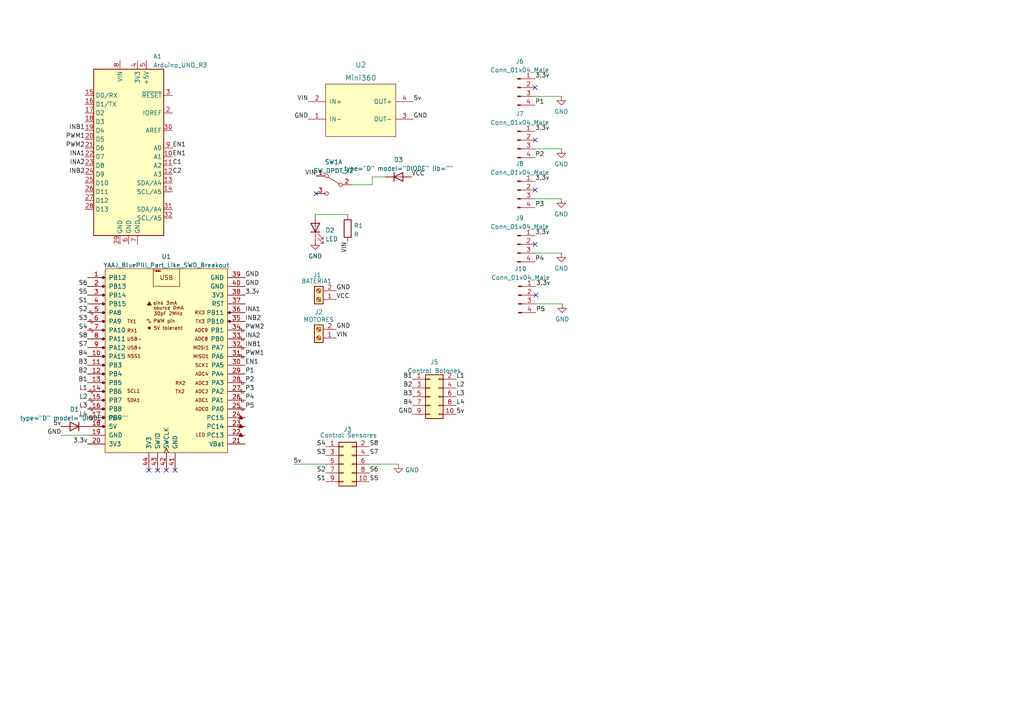
<source format=kicad_sch>
(kicad_sch (version 20230121) (generator eeschema)
  (paper "A4")
  (lib_symbols
    (symbol "Connector:Conn_01x04_Male" (pin_names (offset 1.016) hide)
      (property "Reference" "J" (at 0 5.08 0))
      (property "Value" "Conn_01x04_Male" (at 0 -7.62 0))
      (symbol "Conn_01x04_Male_1_1"
        (polyline (pts (xy 1.27 -5.08) (xy 0.8636 -5.08)) (stroke (width 0.1524)))
        (polyline (pts (xy 1.27 -2.54) (xy 0.8636 -2.54)) (stroke (width 0.1524)))
        (polyline (pts (xy 1.27 0) (xy 0.8636 0)) (stroke (width 0.1524)))
        (polyline (pts (xy 1.27 2.54) (xy 0.8636 2.54)) (stroke (width 0.1524)))
        (rectangle (start 0.8636 -4.953) (end 0 -5.207) (stroke (width 0.1524)) (fill (type outline)))
        (rectangle (start 0.8636 -2.413) (end 0 -2.667) (stroke (width 0.1524)) (fill (type outline)))
        (rectangle (start 0.8636 0.127) (end 0 -0.127) (stroke (width 0.1524)) (fill (type outline)))
        (rectangle (start 0.8636 2.667) (end 0 2.413) (stroke (width 0.1524)) (fill (type outline)))
        (pin passive line (at 5.08 2.54 180) (length 3.81) (name "Pin_1") (number "1"))
        (pin passive line (at 5.08 0 180) (length 3.81) (name "Pin_2") (number "2"))
        (pin passive line (at 5.08 -2.54 180) (length 3.81) (name "Pin_3") (number "3"))
        (pin passive line (at 5.08 -5.08 180) (length 3.81) (name "Pin_4") (number "4"))
      )
    )
    (symbol "Connector:Screw_Terminal_01x02" (pin_names (offset 1.016) hide)
      (property "Reference" "J" (at 0 2.54 0))
      (property "Value" "Screw_Terminal_01x02" (at 0 -5.08 0))
      (symbol "Screw_Terminal_01x02_1_1"
        (rectangle (start -1.27 1.27) (end 1.27 -3.81) (stroke (width 0.254)) (fill (type background)))
        (circle (center 0 -2.54) (radius 0.635) (stroke (width 0.1524)))
        (polyline (pts (xy -0.5334 -2.2098) (xy 0.3302 -3.048)) (stroke (width 0.1524)))
        (polyline (pts (xy -0.5334 0.3302) (xy 0.3302 -0.508)) (stroke (width 0.1524)))
        (polyline (pts (xy -0.3556 -2.032) (xy 0.508 -2.8702)) (stroke (width 0.1524)))
        (polyline (pts (xy -0.3556 0.508) (xy 0.508 -0.3302)) (stroke (width 0.1524)))
        (circle (center 0 0) (radius 0.635) (stroke (width 0.1524)))
        (pin passive line (at -5.08 0 0) (length 3.81) (name "Pin_1") (number "1"))
        (pin passive line (at -5.08 -2.54 0) (length 3.81) (name "Pin_2") (number "2"))
      )
    )
    (symbol "Connector_Generic:Conn_02x05_Odd_Even" (pin_names (offset 1.016) hide)
      (property "Reference" "J" (at 1.27 7.62 0))
      (property "Value" "Conn_02x05_Odd_Even" (at 1.27 -7.62 0))
      (symbol "Conn_02x05_Odd_Even_1_1"
        (rectangle (start -1.27 -4.953) (end 0 -5.207) (stroke (width 0.1524)))
        (rectangle (start -1.27 -2.413) (end 0 -2.667) (stroke (width 0.1524)))
        (rectangle (start -1.27 0.127) (end 0 -0.127) (stroke (width 0.1524)))
        (rectangle (start -1.27 2.667) (end 0 2.413) (stroke (width 0.1524)))
        (rectangle (start -1.27 5.207) (end 0 4.953) (stroke (width 0.1524)))
        (rectangle (start -1.27 6.35) (end 3.81 -6.35) (stroke (width 0.254)) (fill (type background)))
        (rectangle (start 3.81 -4.953) (end 2.54 -5.207) (stroke (width 0.1524)))
        (rectangle (start 3.81 -2.413) (end 2.54 -2.667) (stroke (width 0.1524)))
        (rectangle (start 3.81 0.127) (end 2.54 -0.127) (stroke (width 0.1524)))
        (rectangle (start 3.81 2.667) (end 2.54 2.413) (stroke (width 0.1524)))
        (rectangle (start 3.81 5.207) (end 2.54 4.953) (stroke (width 0.1524)))
        (pin passive line (at -5.08 5.08 0) (length 3.81) (name "Pin_1") (number "1"))
        (pin passive line (at 7.62 -5.08 180) (length 3.81) (name "Pin_10") (number "10"))
        (pin passive line (at 7.62 5.08 180) (length 3.81) (name "Pin_2") (number "2"))
        (pin passive line (at -5.08 2.54 0) (length 3.81) (name "Pin_3") (number "3"))
        (pin passive line (at 7.62 2.54 180) (length 3.81) (name "Pin_4") (number "4"))
        (pin passive line (at -5.08 0 0) (length 3.81) (name "Pin_5") (number "5"))
        (pin passive line (at 7.62 0 180) (length 3.81) (name "Pin_6") (number "6"))
        (pin passive line (at -5.08 -2.54 0) (length 3.81) (name "Pin_7") (number "7"))
        (pin passive line (at 7.62 -2.54 180) (length 3.81) (name "Pin_8") (number "8"))
        (pin passive line (at -5.08 -5.08 0) (length 3.81) (name "Pin_9") (number "9"))
      )
    )
    (symbol "Device:LED" (pin_numbers hide) (pin_names (offset 1.016) hide)
      (property "Reference" "D" (at 0 2.54 0))
      (property "Value" "LED" (at 0 -2.54 0))
      (symbol "LED_0_1"
        (polyline (pts (xy -1.27 -1.27) (xy -1.27 1.27)) (stroke (width 0.254)))
        (polyline (pts (xy -1.27 0) (xy 1.27 0)))
        (polyline (pts (xy 1.27 -1.27) (xy 1.27 1.27) (xy -1.27 0) (xy 1.27 -1.27)) (stroke (width 0.254)))
        (polyline (pts (xy -3.048 -0.762) (xy -4.572 -2.286) (xy -3.81 -2.286) (xy -4.572 -2.286) (xy -4.572 -1.524)))
        (polyline (pts (xy -1.778 -0.762) (xy -3.302 -2.286) (xy -2.54 -2.286) (xy -3.302 -2.286) (xy -3.302 -1.524)))
      )
      (symbol "LED_1_1"
        (pin passive line (at -3.81 0 0) (length 2.54) (name "K") (number "1"))
        (pin passive line (at 3.81 0 180) (length 2.54) (name "A") (number "2"))
      )
    )
    (symbol "Device:R" (pin_numbers hide) (pin_names (offset 0))
      (property "Reference" "R" (at 2.032 0 90))
      (property "Value" "R" (at 0 0 90))
      (symbol "R_0_1"
        (rectangle (start -1.016 -2.54) (end 1.016 2.54) (stroke (width 0.254)))
      )
      (symbol "R_1_1"
        (pin passive line (at 0 3.81 270) (length 1.27) (name "~") (number "1"))
        (pin passive line (at 0 -3.81 90) (length 1.27) (name "~") (number "2"))
      )
    )
    (symbol "MCU_Module:Arduino_UNO_R3"
      (property "Reference" "A" (at -10.16 23.495 0))
      (property "Value" "Arduino_UNO_R3" (at 5.08 -26.67 0))
      (symbol "Arduino_UNO_R3_0_1"
        (rectangle (start -10.16 22.86) (end 10.16 -25.4) (stroke (width 0.254)) (fill (type background)))
      )
      (symbol "Arduino_UNO_R3_1_1"
        (pin no_connect line (at -10.16 -20.32 0) (length 2.54) hide (name "NC") (number "1"))
        (pin bidirectional line (at 12.7 -2.54 180) (length 2.54) (name "A1") (number "10"))
        (pin bidirectional line (at 12.7 -5.08 180) (length 2.54) (name "A2") (number "11"))
        (pin bidirectional line (at 12.7 -7.62 180) (length 2.54) (name "A3") (number "12"))
        (pin bidirectional line (at 12.7 -10.16 180) (length 2.54) (name "SDA/A4") (number "13"))
        (pin bidirectional line (at 12.7 -12.7 180) (length 2.54) (name "SCL/A5") (number "14"))
        (pin bidirectional line (at -12.7 15.24 0) (length 2.54) (name "D0/RX") (number "15"))
        (pin bidirectional line (at -12.7 12.7 0) (length 2.54) (name "D1/TX") (number "16"))
        (pin bidirectional line (at -12.7 10.16 0) (length 2.54) (name "D2") (number "17"))
        (pin bidirectional line (at -12.7 7.62 0) (length 2.54) (name "D3") (number "18"))
        (pin bidirectional line (at -12.7 5.08 0) (length 2.54) (name "D4") (number "19"))
        (pin output line (at 12.7 10.16 180) (length 2.54) (name "IOREF") (number "2"))
        (pin bidirectional line (at -12.7 2.54 0) (length 2.54) (name "D5") (number "20"))
        (pin bidirectional line (at -12.7 0 0) (length 2.54) (name "D6") (number "21"))
        (pin bidirectional line (at -12.7 -2.54 0) (length 2.54) (name "D7") (number "22"))
        (pin bidirectional line (at -12.7 -5.08 0) (length 2.54) (name "D8") (number "23"))
        (pin bidirectional line (at -12.7 -7.62 0) (length 2.54) (name "D9") (number "24"))
        (pin bidirectional line (at -12.7 -10.16 0) (length 2.54) (name "D10") (number "25"))
        (pin bidirectional line (at -12.7 -12.7 0) (length 2.54) (name "D11") (number "26"))
        (pin bidirectional line (at -12.7 -15.24 0) (length 2.54) (name "D12") (number "27"))
        (pin bidirectional line (at -12.7 -17.78 0) (length 2.54) (name "D13") (number "28"))
        (pin power_in line (at -2.54 -27.94 90) (length 2.54) (name "GND") (number "29"))
        (pin input line (at 12.7 15.24 180) (length 2.54) (name "~{RESET}") (number "3"))
        (pin input line (at 12.7 5.08 180) (length 2.54) (name "AREF") (number "30"))
        (pin bidirectional line (at 12.7 -17.78 180) (length 2.54) (name "SDA/A4") (number "31"))
        (pin bidirectional line (at 12.7 -20.32 180) (length 2.54) (name "SCL/A5") (number "32"))
        (pin power_out line (at 2.54 25.4 270) (length 2.54) (name "3V3") (number "4"))
        (pin power_out line (at 5.08 25.4 270) (length 2.54) (name "+5V") (number "5"))
        (pin power_in line (at 0 -27.94 90) (length 2.54) (name "GND") (number "6"))
        (pin power_in line (at 2.54 -27.94 90) (length 2.54) (name "GND") (number "7"))
        (pin power_in line (at -2.54 25.4 270) (length 2.54) (name "VIN") (number "8"))
        (pin bidirectional line (at 12.7 0 180) (length 2.54) (name "A0") (number "9"))
      )
    )
    (symbol "Simulation_SPICE:DIODE" (pin_numbers hide) (pin_names (offset 1.016) hide)
      (property "Reference" "D" (at 0 2.54 0))
      (property "Value" "DIODE" (at 0 -2.54 0))
      (symbol "DIODE_0_1"
        (polyline (pts (xy 1.27 0) (xy -1.27 0)))
        (polyline (pts (xy 1.27 1.27) (xy 1.27 -1.27)) (stroke (width 0.254)))
        (polyline (pts (xy -1.27 -1.27) (xy -1.27 1.27) (xy 1.27 0) (xy -1.27 -1.27)) (stroke (width 0.254)))
      )
      (symbol "DIODE_1_1"
        (pin passive line (at -3.81 0 0) (length 2.54) (name "A") (number "1"))
        (pin passive line (at 3.81 0 180) (length 2.54) (name "K") (number "2"))
      )
    )
    (symbol "Switch:SW_DPDT_x2" (pin_names (offset 0) hide)
      (property "Reference" "SW" (at 0 4.318 0))
      (property "Value" "SW_DPDT_x2" (at 0 -5.08 0))
      (symbol "SW_DPDT_x2_0_0"
        (circle (center -2.032 0) (radius 0.508))
        (circle (center 2.032 -2.54) (radius 0.508))
      )
      (symbol "SW_DPDT_x2_0_1"
        (polyline (pts (xy -1.524 0.254) (xy 1.651 2.286)))
        (circle (center 2.032 2.54) (radius 0.508))
      )
      (symbol "SW_DPDT_x2_1_1"
        (pin passive line (at 5.08 2.54 180) (length 2.54) (name "A") (number "1"))
        (pin passive line (at -5.08 0 0) (length 2.54) (name "B") (number "2"))
        (pin passive line (at 5.08 -2.54 180) (length 2.54) (name "C") (number "3"))
      )
      (symbol "SW_DPDT_x2_2_1"
        (pin passive line (at 5.08 2.54 180) (length 2.54) (name "A") (number "4"))
        (pin passive line (at -5.08 0 0) (length 2.54) (name "B") (number "5"))
        (pin passive line (at 5.08 -2.54 180) (length 2.54) (name "C") (number "6"))
      )
    )
    (symbol "YAAJ_BluePill_Part_Like_SWD_Breakout:YAAJ_BluePill_Part_Like_SWD_Breakout" (pin_names (offset 1.016))
      (property "Reference" "U" (at -15.24 27.94 0))
      (property "Value" "YAAJ_BluePill_Part_Like_SWD_Breakout" (at 20.32 27.94 0))
      (symbol "YAAJ_BluePill_Part_Like_SWD_Breakout_0_0"
        (circle (center -18.288 -20.32) (radius 0.3556) (fill (type outline)))
        (circle (center -18.288 -17.78) (radius 0.3556) (fill (type outline)))
        (circle (center -18.288 -15.24) (radius 0.3556) (fill (type outline)))
        (circle (center -18.288 -12.7) (radius 0.3556) (fill (type outline)))
        (circle (center -18.288 -10.16) (radius 0.3556) (fill (type outline)))
        (circle (center -18.288 -7.62) (radius 0.3556) (fill (type outline)))
        (circle (center -18.288 -5.08) (radius 0.3556) (fill (type outline)))
        (circle (center -18.288 -2.54) (radius 0.3556) (fill (type outline)))
        (circle (center -18.288 0) (radius 0.3556) (fill (type outline)))
        (circle (center -18.288 2.54) (radius 0.3556) (fill (type outline)))
        (circle (center -18.288 5.08) (radius 0.3556) (fill (type outline)))
        (circle (center -18.288 7.62) (radius 0.3556) (fill (type outline)))
        (circle (center -18.288 10.16) (radius 0.3556) (fill (type outline)))
        (circle (center -18.288 12.7) (radius 0.3556) (fill (type outline)))
        (circle (center -18.288 15.24) (radius 0.3556) (fill (type outline)))
        (circle (center -18.288 17.78) (radius 0.3556) (fill (type outline)))
        (circle (center -18.288 22.86) (radius 0.3556) (fill (type outline)))
        (circle (center -4.953 8.255) (radius 0.127) (fill (type outline)))
        (circle (center -4.953 8.255) (radius 0.254))
        (circle (center -4.953 8.255) (radius 0.3556))
        (polyline (pts (xy -5.588 14.859) (xy -4.953 15.875) (xy -4.318 14.859) (xy -5.588 14.859) (xy -4.953 15.748) (xy -4.445 14.859) (xy -5.461 14.986) (xy -4.953 15.621) (xy -4.572 14.859) (xy -5.334 15.113) (xy -4.826 15.494) (xy -4.699 14.859) (xy -5.207 15.24) (xy -4.699 15.367) (xy -4.826 14.986) (xy -5.08 15.24) (xy -4.826 15.113) (xy -4.953 15.367)))
        (polyline (pts (xy 20.955 -23.241) (xy 21.59 -22.225) (xy 22.225 -23.241) (xy 20.955 -23.241) (xy 21.59 -22.352) (xy 22.098 -23.241) (xy 21.082 -23.114) (xy 21.59 -22.479) (xy 21.971 -23.241) (xy 21.209 -22.987) (xy 21.717 -22.606) (xy 21.844 -23.241) (xy 21.336 -22.86) (xy 21.844 -22.733) (xy 21.717 -23.114) (xy 21.463 -22.86) (xy 21.717 -22.987) (xy 21.59 -22.733)))
        (polyline (pts (xy 20.955 -20.701) (xy 21.59 -19.685) (xy 22.225 -20.701) (xy 20.955 -20.701) (xy 21.59 -19.812) (xy 22.098 -20.701) (xy 21.082 -20.574) (xy 21.59 -19.939) (xy 21.971 -20.701) (xy 21.209 -20.447) (xy 21.717 -20.066) (xy 21.844 -20.701) (xy 21.336 -20.32) (xy 21.844 -20.193) (xy 21.717 -20.574) (xy 21.463 -20.32) (xy 21.717 -20.447) (xy 21.59 -20.193)))
        (polyline (pts (xy 20.955 -18.161) (xy 21.59 -17.145) (xy 22.225 -18.161) (xy 20.955 -18.161) (xy 21.59 -17.272) (xy 22.098 -18.161) (xy 21.082 -18.034) (xy 21.59 -17.399) (xy 21.971 -18.161) (xy 21.209 -17.907) (xy 21.717 -17.526) (xy 21.844 -18.161) (xy 21.336 -17.78) (xy 21.844 -17.653) (xy 21.717 -18.034) (xy 21.463 -17.78) (xy 21.717 -17.907) (xy 21.59 -17.653)))
        (circle (center 18.288 10.16) (radius 0.254) (fill (type outline)))
        (circle (center 18.288 10.16) (radius 0.3556))
        (circle (center 18.288 12.7) (radius 0.254) (fill (type outline)))
        (circle (center 18.288 12.7) (radius 0.3556))
        (text "30pF 2MHz" (at 0.508 12.446 0) (effects (font (size 0.9906 0.9906))))
        (text "5V tolerant" (at 0.508 8.255 0) (effects (font (size 0.9906 0.9906))))
        (text "ADC0" (at 10.287 -15.24 0) (effects (font (size 0.9906 0.9906))))
        (text "ADC1" (at 10.287 -12.7 0) (effects (font (size 0.9906 0.9906))))
        (text "ADC2" (at 10.287 -10.16 0) (effects (font (size 0.9906 0.9906))))
        (text "ADC3" (at 10.287 -7.747 0) (effects (font (size 0.9906 0.9906))))
        (text "ADC4" (at 10.287 -5.08 0) (effects (font (size 0.9906 0.9906))))
        (text "ADC8" (at 10.16 5.08 0) (effects (font (size 0.9906 0.9906))))
        (text "ADC9" (at 10.16 7.62 0) (effects (font (size 0.9906 0.9906))))
        (text "LED" (at 9.906 -22.733 0) (effects (font (size 0.9906 0.9906))))
        (text "MISO1" (at 10.033 0 0) (effects (font (size 0.9906 0.9906))))
        (text "MOSI1" (at 10.033 2.54 0) (effects (font (size 0.9906 0.9906))))
        (text "NSS1" (at -9.398 0.127 0) (effects (font (size 0.9906 0.9906))))
        (text "PWM pin" (at -0.635 10.287 0) (effects (font (size 0.9906 0.9906))))
        (text "RX1" (at -9.906 7.493 0) (effects (font (size 0.9906 0.9906))))
        (text "RX2" (at 4.064 -7.747 0) (effects (font (size 0.9906 0.9906))))
        (text "RX3" (at 9.652 12.7 0) (effects (font (size 0.9906 0.9906))))
        (text "SCK1" (at 10.287 -2.54 0) (effects (font (size 0.9906 0.9906))))
        (text "SCL1" (at -9.525 -10.033 0) (effects (font (size 0.9906 0.9906))))
        (text "SDA1" (at -9.525 -12.7 0) (effects (font (size 0.9906 0.9906))))
        (text "sink 3mA" (at -0.381 15.494 0) (effects (font (size 0.9906 0.9906))))
        (text "source 0mA" (at 0.635 14.097 0) (effects (font (size 0.9906 0.9906))))
        (text "TX1" (at -10.033 10.16 0) (effects (font (size 0.9906 0.9906))))
        (text "TX2" (at 3.937 -10.16 0) (effects (font (size 0.9906 0.9906))))
        (text "TX3" (at 9.779 10.16 0) (effects (font (size 0.9906 0.9906))))
        (text "USB" (at 0 22.86 0) (effects (font (size 1.27 1.27))))
        (text "USB+" (at -9.271 2.54 0) (effects (font (size 0.9906 0.9906))))
        (text "USB-" (at -9.271 5.08 0) (effects (font (size 0.9906 0.9906))))
        (text "Y@@J" (at -2.5654 24.8412 0) (effects (font (size 0.508 0.508))))
      )
      (symbol "YAAJ_BluePill_Part_Like_SWD_Breakout_0_1"
        (rectangle (start -17.78 25.4) (end 17.78 -27.94) (fill (type background)))
        (polyline (pts (xy -21.336 -17.78) (xy -21.336 -18.288) (xy -21.844 -18.288) (xy -21.844 -17.272) (xy -22.352 -17.272) (xy -22.352 -17.78)))
        (polyline (pts (xy -21.336 -15.24) (xy -21.336 -15.748) (xy -21.844 -15.748) (xy -21.844 -14.732) (xy -22.352 -14.732) (xy -22.352 -15.24)))
        (polyline (pts (xy -21.336 -12.7) (xy -21.336 -13.208) (xy -21.844 -13.208) (xy -21.844 -12.192) (xy -22.352 -12.192) (xy -22.352 -12.7)))
        (polyline (pts (xy -21.336 -10.16) (xy -21.336 -10.668) (xy -21.844 -10.668) (xy -21.844 -9.652) (xy -22.352 -9.652) (xy -22.352 -10.16)))
        (polyline (pts (xy -21.336 7.62) (xy -21.336 7.112) (xy -21.844 7.112) (xy -21.844 8.128) (xy -22.352 8.128) (xy -22.352 7.62)))
        (polyline (pts (xy -21.336 10.16) (xy -21.336 9.652) (xy -21.844 9.652) (xy -21.844 10.668) (xy -22.352 10.668) (xy -22.352 10.16)))
        (polyline (pts (xy -21.336 12.7) (xy -21.336 12.192) (xy -21.844 12.192) (xy -21.844 13.208) (xy -22.352 13.208) (xy -22.352 12.7)))
        (polyline (pts (xy -4.572 10.287) (xy -4.572 9.779) (xy -5.08 9.779) (xy -5.08 10.795) (xy -5.588 10.795) (xy -5.588 10.287)))
        (polyline (pts (xy 22.352 -15.24) (xy 22.352 -15.748) (xy 21.844 -15.748) (xy 21.844 -14.732) (xy 21.336 -14.732) (xy 21.336 -15.24)))
        (polyline (pts (xy 22.352 -12.7) (xy 22.352 -13.208) (xy 21.844 -13.208) (xy 21.844 -12.192) (xy 21.336 -12.192) (xy 21.336 -12.7)))
        (polyline (pts (xy 22.352 -10.16) (xy 22.352 -10.668) (xy 21.844 -10.668) (xy 21.844 -9.652) (xy 21.336 -9.652) (xy 21.336 -10.16)))
        (polyline (pts (xy 22.352 -7.62) (xy 22.352 -8.128) (xy 21.844 -8.128) (xy 21.844 -7.112) (xy 21.336 -7.112) (xy 21.336 -7.62)))
        (polyline (pts (xy 22.352 0) (xy 22.352 -0.508) (xy 21.844 -0.508) (xy 21.844 0.508) (xy 21.336 0.508) (xy 21.336 0)))
        (polyline (pts (xy 22.352 2.54) (xy 22.352 2.032) (xy 21.844 2.032) (xy 21.844 3.048) (xy 21.336 3.048) (xy 21.336 2.54)))
        (polyline (pts (xy 22.352 5.08) (xy 22.352 4.572) (xy 21.844 4.572) (xy 21.844 5.588) (xy 21.336 5.588) (xy 21.336 5.08)))
        (polyline (pts (xy 22.352 7.62) (xy 22.352 7.112) (xy 21.844 7.112) (xy 21.844 8.128) (xy 21.336 8.128) (xy 21.336 7.62)))
        (rectangle (start 3.81 25.4) (end -3.81 20.32))
      )
      (symbol "YAAJ_BluePill_Part_Like_SWD_Breakout_1_1"
        (circle (center -18.288 20.32) (radius 0.3556) (fill (type outline)))
        (pin bidirectional line (at -22.86 22.86 0) (length 5.08) (name "PB12") (number "1"))
        (pin bidirectional line (at -22.86 0 0) (length 5.08) (name "PA15") (number "10"))
        (pin bidirectional line (at -22.86 -2.54 0) (length 5.08) (name "PB3") (number "11"))
        (pin bidirectional line (at -22.86 -5.08 0) (length 5.08) (name "PB4") (number "12"))
        (pin bidirectional line (at -22.86 -7.62 0) (length 5.08) (name "PB5") (number "13"))
        (pin bidirectional line (at -22.86 -10.16 0) (length 5.08) (name "PB6") (number "14"))
        (pin bidirectional line (at -22.86 -12.7 0) (length 5.08) (name "PB7") (number "15"))
        (pin bidirectional line (at -22.86 -15.24 0) (length 5.08) (name "PB8") (number "16"))
        (pin bidirectional line (at -22.86 -17.78 0) (length 5.08) (name "PB9") (number "17"))
        (pin power_in line (at -22.86 -20.32 0) (length 5.08) (name "5V") (number "18"))
        (pin power_in line (at -22.86 -22.86 0) (length 5.08) (name "GND") (number "19"))
        (pin bidirectional line (at -22.86 20.32 0) (length 5.08) (name "PB13") (number "2"))
        (pin power_in line (at -22.86 -25.4 0) (length 5.08) (name "3V3") (number "20"))
        (pin power_in line (at 22.86 -25.4 180) (length 5.08) (name "VBat") (number "21"))
        (pin bidirectional line (at 22.86 -22.86 180) (length 5.08) (name "PC13") (number "22"))
        (pin bidirectional line (at 22.86 -20.32 180) (length 5.08) (name "PC14") (number "23"))
        (pin bidirectional line (at 22.86 -17.78 180) (length 5.08) (name "PC15") (number "24"))
        (pin bidirectional line (at 22.86 -15.24 180) (length 5.08) (name "PA0") (number "25"))
        (pin bidirectional line (at 22.86 -12.7 180) (length 5.08) (name "PA1") (number "26"))
        (pin bidirectional line (at 22.86 -10.16 180) (length 5.08) (name "PA2") (number "27"))
        (pin bidirectional line (at 22.86 -7.62 180) (length 5.08) (name "PA3") (number "28"))
        (pin bidirectional line (at 22.86 -5.08 180) (length 5.08) (name "PA4") (number "29"))
        (pin bidirectional line (at -22.86 17.78 0) (length 5.08) (name "PB14") (number "3"))
        (pin bidirectional line (at 22.86 -2.54 180) (length 5.08) (name "PA5") (number "30"))
        (pin bidirectional line (at 22.86 0 180) (length 5.08) (name "PA6") (number "31"))
        (pin bidirectional line (at 22.86 2.54 180) (length 5.08) (name "PA7") (number "32"))
        (pin bidirectional line (at 22.86 5.08 180) (length 5.08) (name "PB0") (number "33"))
        (pin bidirectional line (at 22.86 7.62 180) (length 5.08) (name "PB1") (number "34"))
        (pin bidirectional line (at 22.86 10.16 180) (length 5.08) (name "PB10") (number "35"))
        (pin bidirectional line (at 22.86 12.7 180) (length 5.08) (name "PB11") (number "36"))
        (pin input line (at 22.86 15.24 180) (length 5.08) (name "RST") (number "37"))
        (pin power_in line (at 22.86 17.78 180) (length 5.08) (name "3V3") (number "38"))
        (pin power_in line (at 22.86 22.86 180) (length 5.08) (name "GND") (number "39"))
        (pin bidirectional line (at -22.86 15.24 0) (length 5.08) (name "PB15") (number "4"))
        (pin power_in line (at 22.86 20.32 180) (length 5.08) (name "GND") (number "40"))
        (pin power_in line (at 2.54 -33.02 90) (length 5.08) (name "GND") (number "41"))
        (pin bidirectional clock (at 0 -33.02 90) (length 5.08) (name "SWCLK") (number "42"))
        (pin bidirectional line (at -2.54 -33.02 90) (length 5.08) (name "SWIO") (number "43"))
        (pin power_in line (at -5.08 -33.02 90) (length 5.08) (name "3V3") (number "44"))
        (pin bidirectional line (at -22.86 12.7 0) (length 5.08) (name "PA8") (number "5"))
        (pin bidirectional line (at -22.86 10.16 0) (length 5.08) (name "PA9") (number "6"))
        (pin bidirectional line (at -22.86 7.62 0) (length 5.08) (name "PA10") (number "7"))
        (pin bidirectional line (at -22.86 5.08 0) (length 5.08) (name "PA11") (number "8"))
        (pin bidirectional line (at -22.86 2.54 0) (length 5.08) (name "PA12") (number "9"))
      )
    )
    (symbol "mini360:Mini360" (pin_names (offset 1.016))
      (property "Reference" "U" (at 0 -5.08 0))
      (property "Value" "Mini360" (at 0 5.08 0))
      (symbol "Mini360_0_1"
        (rectangle (start -10.16 7.62) (end 10.16 -7.62) (fill (type background)))
      )
      (symbol "Mini360_1_1"
        (pin power_in line (at -15.24 -2.54 0) (length 5.08) (name "IN-") (number "1"))
        (pin power_in line (at -15.24 2.54 0) (length 5.08) (name "IN+") (number "2"))
        (pin power_out line (at 15.24 -2.54 180) (length 5.08) (name "OUT-") (number "3"))
        (pin power_out line (at 15.24 2.54 180) (length 5.08) (name "OUT+") (number "4"))
      )
    )
    (symbol "power:GND" (power) (pin_names (offset 0))
      (property "Value" "GND" (at 0 -3.81 0))
      (symbol "GND_0_1"
        (polyline (pts (xy 0 0) (xy 0 -1.27) (xy 1.27 -1.27) (xy 0 -2.54) (xy -1.27 -1.27) (xy 0 -1.27)))
      )
      (symbol "GND_1_1"
        (pin power_in line (at 0 0 270) (length 0) hide (name "GND") (number "1"))
      )
    )
  )
  (no_connect (at 43.18 136.398))
  (no_connect (at 155.194 70.866))
  (no_connect (at 155.194 25.4))
  (no_connect (at 91.694 56.134))
  (no_connect (at 50.8 136.398))
  (no_connect (at 48.26 136.398))
  (no_connect (at 155.448 85.598))
  (no_connect (at 155.194 55.118))
  (no_connect (at 155.194 40.64))
  (no_connect (at 45.72 136.398))
  (wire (pts (xy 85.09 134.62) (xy 94.488 134.62)))
  (wire (pts (xy 163.068 88.138) (xy 155.448 88.138)))
  (wire (pts (xy 162.814 57.658) (xy 155.194 57.658)))
  (wire (pts (xy 115.57 134.62) (xy 107.188 134.62)))
  (wire (pts (xy 111.76 51.308) (xy 107.95 51.308)))
  (wire (pts (xy 107.95 51.308) (xy 107.95 53.594)))
  (wire (pts (xy 162.814 27.94) (xy 155.194 27.94)))
  (wire (pts (xy 107.95 53.594) (xy 101.854 53.594)))
  (wire (pts (xy 162.814 73.406) (xy 155.194 73.406)))
  (wire (pts (xy 17.78 126.238) (xy 25.4 126.238)))
  (wire (pts (xy 100.838 62.23) (xy 100.838 62.484)))
  (wire (pts (xy 162.814 43.18) (xy 155.194 43.18)))
  (wire (pts (xy 91.44 62.23) (xy 100.838 62.23)))
  (label "L3" (at 132.334 115.062 0))
  (label "P3" (at 71.12 113.538 0))
  (label "3,3v" (at 155.194 52.578 0))
  (label "S6" (at 107.188 137.16 0))
  (label "VCC" (at 119.38 51.308 0))
  (label "B4" (at 25.4 103.378 180))
  (label "5v" (at 119.888 29.464 0))
  (label "3,3v" (at 25.4 128.778 180))
  (label "S1" (at 25.4 88.138 180))
  (label "B4" (at 119.634 117.602 180))
  (label "3,3v" (at 71.12 85.598 0))
  (label "S2" (at 94.488 137.16 180))
  (label "B2" (at 119.634 112.522 180))
  (label "INA1" (at 24.638 45.466 180))
  (label "L1" (at 132.334 109.982 0))
  (label "C1" (at 50.038 48.006 0))
  (label "S5" (at 25.4 85.598 180))
  (label "L3" (at 25.4 118.618 180))
  (label "INB2" (at 24.638 50.546 180))
  (label "P5" (at 71.12 118.618 0))
  (label "5v" (at 17.78 123.698 180))
  (label "PWM2" (at 24.638 42.926 180))
  (label "INB1" (at 24.638 37.846 180))
  (label "S1" (at 94.488 139.7 180))
  (label "INA1" (at 71.12 90.678 0))
  (label "S4" (at 25.4 95.758 180))
  (label "VIN" (at 97.536 98.044 0))
  (label "P2" (at 155.194 45.72 0))
  (label "EN1" (at 71.12 105.918 0))
  (label "P1" (at 71.12 108.458 0))
  (label "P2" (at 71.12 110.998 0))
  (label "VCC" (at 97.536 86.868 0))
  (label "B1" (at 25.4 110.998 180))
  (label "INA2" (at 24.638 48.006 180))
  (label "GND" (at 71.12 80.518 0))
  (label "GND" (at 89.408 34.544 180))
  (label "3,3v" (at 155.448 83.058 0))
  (label "S5" (at 107.188 139.7 0))
  (label "3,3v" (at 155.194 68.326 0))
  (label "5v" (at 132.334 120.142 0))
  (label "VIN" (at 91.694 51.054 180))
  (label "S7" (at 107.188 132.08 0))
  (label "PWM1" (at 71.12 103.378 0))
  (label "P1" (at 155.194 30.48 0))
  (label "B2" (at 25.4 108.458 180))
  (label "S7" (at 25.4 100.838 180))
  (label "PWM2" (at 71.12 95.758 0))
  (label "L1" (at 25.4 113.538 180))
  (label "INB2" (at 71.12 93.218 0))
  (label "P4" (at 71.12 116.078 0))
  (label "INB1" (at 71.12 100.838 0))
  (label "5v" (at 85.09 134.62 0))
  (label "VIN" (at 100.838 70.104 270))
  (label "C2" (at 50.038 50.546 0))
  (label "B3" (at 119.634 115.062 180))
  (label "P4" (at 155.194 75.946 0))
  (label "GND" (at 97.536 95.504 0))
  (label "GND" (at 17.78 126.238 180))
  (label "L4" (at 132.334 117.602 0))
  (label "S2" (at 25.4 90.678 180))
  (label "P3" (at 155.194 60.198 0))
  (label "VIN" (at 89.408 29.464 180))
  (label "GND" (at 119.888 34.544 0))
  (label "S3" (at 94.488 132.08 180))
  (label "EN1" (at 50.038 42.926 0))
  (label "EN1" (at 50.038 45.466 0))
  (label "L4" (at 25.4 121.158 180))
  (label "L2" (at 25.4 116.078 180))
  (label "B3" (at 25.4 105.918 180))
  (label "S8" (at 25.4 98.298 180))
  (label "3,3v" (at 155.194 38.1 0))
  (label "INA2" (at 71.12 98.298 0))
  (label "P5" (at 155.448 90.678 0))
  (label "B1" (at 119.634 109.982 180))
  (label "L2" (at 132.334 112.522 0))
  (label "S6" (at 25.4 83.058 180))
  (label "GND" (at 119.634 120.142 180))
  (label "S8" (at 107.188 129.54 0))
  (label "GND" (at 71.12 83.058 0))
  (label "3,3v" (at 155.194 22.86 0))
  (label "S3" (at 25.4 93.218 180))
  (label "S4" (at 94.488 129.54 180))
  (label "GND" (at 97.536 84.328 0))
  (label "PWM1" (at 24.638 40.386 180))
  (symbol (lib_id "power:GND") (at 162.814 73.406 0) (unit 1)
    (property "Reference" "#PWR05" (effects hide))
    (property "Value" "GND" (at 162.814 77.8494 0))
  )
  (symbol (lib_id "Connector_Generic:Conn_02x05_Odd_Even") (at 124.714 115.062 0) (unit 1)
    (property "Reference" "J5" (at 125.984 105.0122 0))
    (property "Value" "Control Botones" (at 125.984 107.5491 0))
    (property "Footprint" "Connector_IDC:IDC-Header_2x05_P2.54mm_Vertical" (effects hide))
  )
  (symbol (lib_id "power:GND") (at 115.57 134.62 0) (unit 1)
    (property "Reference" "#PWR08" (effects hide))
    (property "Value" "GND" (at 117.475 136.3238 0) (effects (justify left)))
  )
  (symbol (lib_id "power:GND") (at 162.814 27.94 0) (unit 1)
    (property "Reference" "#PWR02" (effects hide))
    (property "Value" "GND" (at 162.814 32.3834 0))
  )
  (symbol (lib_id "power:GND") (at 162.814 57.658 0) (unit 1)
    (property "Reference" "#PWR04" (effects hide))
    (property "Value" "GND" (at 162.814 62.1014 0))
  )
  (symbol (lib_id "power:GND") (at 163.068 88.138 0) (unit 1)
    (property "Reference" "#PWR06" (effects hide))
    (property "Value" "GND" (at 163.068 92.5814 0))
  )
  (symbol (lib_id "MCU_Module:Arduino_UNO_R3") (at 37.338 42.926 0) (unit 1)
    (property "Reference" "A1" (at 44.4374 16.3662 0) (effects (justify left)))
    (property "Value" "Arduino_UNO_R3" (at 44.4374 18.9031 0) (effects (justify left)))
    (property "Footprint" "Module:Arduino_UNO_R3" (effects hide))
    (property "Datasheet" "https://www.arduino.cc/en/Main/arduinoBoardUno" (effects hide))
  )
  (symbol (lib_id "Device:R") (at 100.838 66.294 0) (unit 1)
    (property "Reference" "R1" (at 102.616 65.4593 0) (effects (justify left)))
    (property "Value" "R" (at 102.616 67.9962 0) (effects (justify left)))
    (property "Footprint" "Resistor_THT:R_Axial_DIN0207_L6.3mm_D2.5mm_P10.16mm_Horizontal" (effects hide))
  )
  (symbol (lib_id "Device:LED") (at 91.44 66.04 90) (unit 1)
    (property "Reference" "D2" (at 94.361 66.7928 90) (effects (justify right)))
    (property "Value" "LED" (at 94.361 69.3297 90) (effects (justify right)))
    (property "Footprint" "LED_THT:LED_D3.0mm" (effects hide))
  )
  (symbol (lib_id "Connector:Conn_01x04_Male") (at 150.114 25.4 0) (unit 1)
    (property "Reference" "J6" (at 150.749 17.78 0))
    (property "Value" "Conn_01x04_Male" (at 150.749 20.32 0))
    (property "Footprint" "Connector_PinSocket_2.54mm:PinSocket_1x04_P2.54mm_Vertical" (effects hide))
  )
  (symbol (lib_id "Connector_Generic:Conn_02x05_Odd_Even") (at 99.568 134.62 0) (unit 1)
    (property "Reference" "J3" (at 100.838 124.5702 0))
    (property "Value" "Control Sensores" (at 101.092 126.238 0))
    (property "Footprint" "Connector_IDC:IDC-Header_2x05_P2.54mm_Horizontal" (effects hide))
  )
  (symbol (lib_id "Simulation_SPICE:DIODE") (at 115.57 51.308 180) (unit 1)
    (property "Reference" "D3" (at 115.57 46.3382 0))
    (property "Value" "${SIM.PARAMS}" (at 115.57 48.8751 0))
    (property "Footprint" "Diode_THT:D_5W_P12.70mm_Horizontal" (effects hide))
    (property "Sim.Device" "SPICE" (effects hide))
    (property "Sim.Params" "type=\"D\" model=\"DIODE\" lib=\"\"" (effects hide))
    (property "Sim.Pins" "1=1 2=2" (effects hide))
  )
  (symbol (lib_id "Connector:Conn_01x04_Male") (at 150.114 55.118 0) (unit 1)
    (property "Reference" "J8" (at 150.749 47.498 0))
    (property "Value" "Conn_01x04_Male" (at 150.749 50.038 0))
    (property "Footprint" "Connector_PinSocket_2.54mm:PinSocket_1x04_P2.54mm_Vertical" (effects hide))
  )
  (symbol (lib_id "Connector:Screw_Terminal_01x02") (at 92.456 98.044 180) (unit 1)
    (property "Reference" "J2" (at 92.456 90.5342 0))
    (property "Value" "MOTORES" (at 92.456 92.71 0))
    (property "Footprint" "Connectors:DEANS" (effects hide))
  )
  (symbol (lib_id "power:GND") (at 91.44 69.85 0) (unit 1)
    (property "Reference" "#PWR01" (effects hide))
    (property "Value" "GND" (at 91.44 74.2934 0))
  )
  (symbol (lib_id "Connector:Conn_01x04_Male") (at 150.114 40.64 0) (unit 1)
    (property "Reference" "J7" (at 150.749 33.02 0))
    (property "Value" "Conn_01x04_Male" (at 150.749 35.56 0))
    (property "Footprint" "Connector_PinSocket_2.54mm:PinSocket_1x04_P2.54mm_Vertical" (effects hide))
  )
  (symbol (lib_id "mini360:Mini360") (at 104.648 32.004 0) (unit 1)
    (property "Reference" "U2" (at 104.648 18.796 0) (effects (font (size 1.524 1.524))))
    (property "Value" "Mini360" (at 104.648 22.606 0) (effects (font (size 1.524 1.524))))
    (property "Footprint" "Mini360_step-down:Mini360_step-down" (effects hide))
  )
  (symbol (lib_id "YAAJ_BluePill_Part_Like_SWD_Breakout:YAAJ_BluePill_Part_Like_SWD_Breakout") (at 48.26 103.378 0) (unit 1)
    (property "Reference" "U1" (at 48.26 74.4052 0))
    (property "Value" "YAAJ_BluePill_Part_Like_SWD_Breakout" (at 48.26 76.9421 0))
    (property "Footprint" "Footprints:YAAJ_BluePill_1" (effects hide))
  )
  (symbol (lib_id "power:GND") (at 162.814 43.18 0) (unit 1)
    (property "Reference" "#PWR03" (effects hide))
    (property "Value" "GND" (at 162.814 47.6234 0))
  )
  (symbol (lib_id "Connector:Screw_Terminal_01x02") (at 92.456 86.868 180) (unit 1)
    (property "Reference" "J1" (at 93.218 79.756 0) (effects (justify left)))
    (property "Value" "BATERIA1" (at 96.266 81.534 0) (effects (justify left)))
    (property "Footprint" "Connectors:DEANS" (effects hide))
  )
  (symbol (lib_id "Switch:SW_DPDT_x2") (at 96.774 53.594 0) (mirror y) (unit 1)
    (property "Reference" "SW1" (at 96.774 46.9732 0))
    (property "Value" "SW_DPDT_x2" (at 96.774 49.5101 0))
    (property "Footprint" "Connector_PinHeader_2.54mm:PinHeader_1x02_P2.54mm_Vertical" (effects hide))
  )
  (symbol (lib_id "Connector:Conn_01x04_Male") (at 150.368 85.598 0) (unit 1)
    (property "Reference" "J10" (at 151.003 77.978 0))
    (property "Value" "Conn_01x04_Male" (at 151.003 80.518 0))
    (property "Footprint" "Connector_PinSocket_2.54mm:PinSocket_1x04_P2.54mm_Vertical" (effects hide))
  )
  (symbol (lib_id "Simulation_SPICE:DIODE") (at 21.59 123.698 0) (unit 1)
    (property "Reference" "D1" (at 21.59 118.7282 0))
    (property "Value" "${SIM.PARAMS}" (at 21.59 121.2651 0))
    (property "Footprint" "Diode_THT:D_5W_P12.70mm_Horizontal" (effects hide))
    (property "Sim.Device" "SPICE" (effects hide))
    (property "Sim.Params" "type=\"D\" model=\"DIODE\" lib=\"\"" (effects hide))
    (property "Sim.Pins" "1=1 2=2" (effects hide))
  )
  (symbol (lib_id "Connector:Conn_01x04_Male") (at 150.114 70.866 0) (unit 1)
    (property "Reference" "J9" (at 150.749 63.246 0))
    (property "Value" "Conn_01x04_Male" (at 150.749 65.786 0))
    (property "Footprint" "Connector_PinSocket_2.54mm:PinSocket_1x04_P2.54mm_Vertical" (effects hide))
  )
)
</source>
